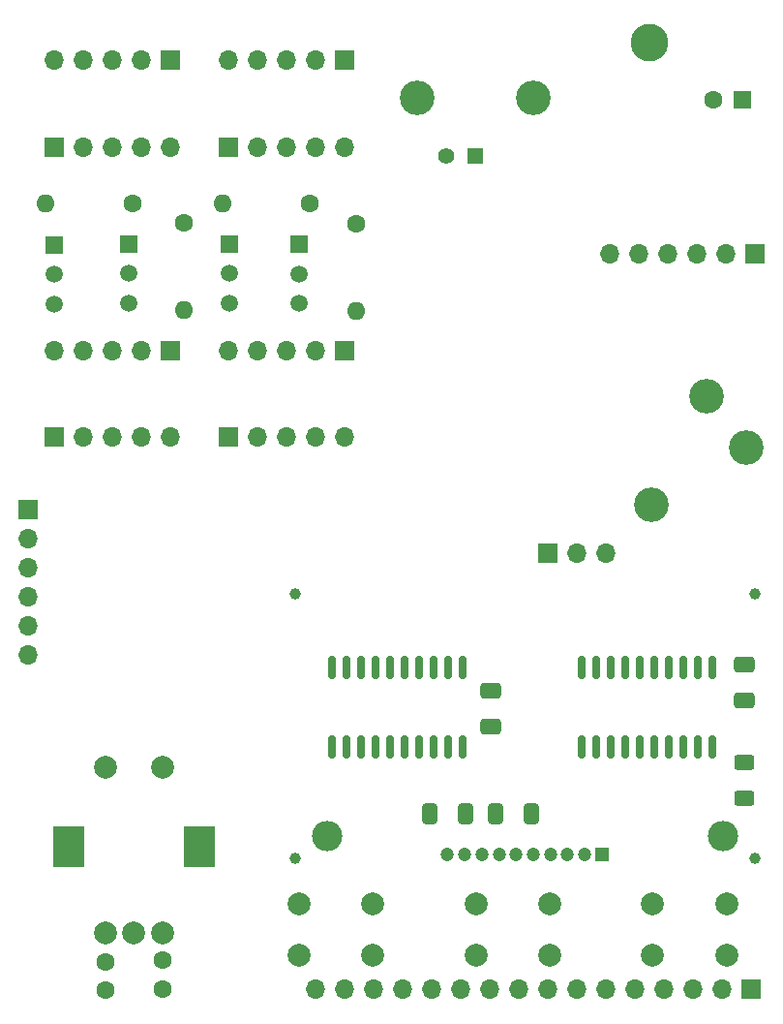
<source format=gbr>
%TF.GenerationSoftware,KiCad,Pcbnew,7.0.10*%
%TF.CreationDate,2024-01-22T19:43:49-08:00*%
%TF.ProjectId,Relay_LCD k7,52656c61-795f-44c4-9344-206b372e6b69,rev?*%
%TF.SameCoordinates,Original*%
%TF.FileFunction,Soldermask,Bot*%
%TF.FilePolarity,Negative*%
%FSLAX46Y46*%
G04 Gerber Fmt 4.6, Leading zero omitted, Abs format (unit mm)*
G04 Created by KiCad (PCBNEW 7.0.10) date 2024-01-22 19:43:49*
%MOMM*%
%LPD*%
G01*
G04 APERTURE LIST*
G04 Aperture macros list*
%AMRoundRect*
0 Rectangle with rounded corners*
0 $1 Rounding radius*
0 $2 $3 $4 $5 $6 $7 $8 $9 X,Y pos of 4 corners*
0 Add a 4 corners polygon primitive as box body*
4,1,4,$2,$3,$4,$5,$6,$7,$8,$9,$2,$3,0*
0 Add four circle primitives for the rounded corners*
1,1,$1+$1,$2,$3*
1,1,$1+$1,$4,$5*
1,1,$1+$1,$6,$7*
1,1,$1+$1,$8,$9*
0 Add four rect primitives between the rounded corners*
20,1,$1+$1,$2,$3,$4,$5,0*
20,1,$1+$1,$4,$5,$6,$7,0*
20,1,$1+$1,$6,$7,$8,$9,0*
20,1,$1+$1,$8,$9,$2,$3,0*%
G04 Aperture macros list end*
%ADD10O,1.700000X1.700000*%
%ADD11R,1.700000X1.700000*%
%ADD12C,2.000000*%
%ADD13R,2.800000X3.600000*%
%ADD14C,3.016000*%
%ADD15C,1.600000*%
%ADD16O,1.600000X1.600000*%
%ADD17C,3.300000*%
%ADD18R,1.600000X1.600000*%
%ADD19R,1.500000X1.500000*%
%ADD20C,1.500000*%
%ADD21C,2.655000*%
%ADD22C,1.200000*%
%ADD23R,1.200000X1.200000*%
%ADD24C,1.000000*%
%ADD25R,1.398000X1.398000*%
%ADD26C,1.398000*%
%ADD27C,3.015000*%
%ADD28RoundRect,0.250000X0.625000X-0.400000X0.625000X0.400000X-0.625000X0.400000X-0.625000X-0.400000X0*%
%ADD29RoundRect,0.250000X0.412500X0.650000X-0.412500X0.650000X-0.412500X-0.650000X0.412500X-0.650000X0*%
%ADD30RoundRect,0.250000X-0.650000X0.412500X-0.650000X-0.412500X0.650000X-0.412500X0.650000X0.412500X0*%
%ADD31RoundRect,0.150000X0.150000X-0.837500X0.150000X0.837500X-0.150000X0.837500X-0.150000X-0.837500X0*%
G04 APERTURE END LIST*
D10*
%TO.C,J2*%
X103820000Y-71025000D03*
X106360000Y-71025000D03*
X108900000Y-71025000D03*
X111440000Y-71025000D03*
X113980000Y-71025000D03*
D11*
X116520000Y-71025000D03*
%TD*%
D12*
%TO.C,S1*%
X59725000Y-115900000D03*
X64725000Y-115900000D03*
D13*
X56525000Y-122900000D03*
X67925000Y-122900000D03*
D12*
X59725000Y-130400000D03*
X64725000Y-130400000D03*
X62225000Y-130400000D03*
%TD*%
D14*
%TO.C,CON1*%
X115825000Y-88007100D03*
X112325000Y-83507100D03*
X107525000Y-93007100D03*
%TD*%
D11*
%TO.C,J7*%
X55260000Y-87090000D03*
D10*
X57800000Y-87090000D03*
X60340000Y-87090000D03*
X62880000Y-87090000D03*
X65420000Y-87090000D03*
%TD*%
D11*
%TO.C,J13*%
X80645000Y-54080000D03*
D10*
X78105000Y-54080000D03*
X75565000Y-54080000D03*
X73025000Y-54080000D03*
X70485000Y-54080000D03*
%TD*%
D11*
%TO.C,J1*%
X116200000Y-135350000D03*
D10*
X113660000Y-135350000D03*
X111120000Y-135350000D03*
X108580000Y-135350000D03*
X106040000Y-135350000D03*
X103500000Y-135350000D03*
X100960000Y-135350000D03*
X98420000Y-135350000D03*
X95880000Y-135350000D03*
X93340000Y-135350000D03*
X90800000Y-135350000D03*
X88260000Y-135350000D03*
X85720000Y-135350000D03*
X83180000Y-135350000D03*
X80640000Y-135350000D03*
X78100000Y-135350000D03*
%TD*%
D15*
%TO.C,R10*%
X62150000Y-66675000D03*
D16*
X54530000Y-66675000D03*
%TD*%
D11*
%TO.C,J12*%
X65410000Y-79480000D03*
D10*
X62870000Y-79480000D03*
X60330000Y-79480000D03*
X57790000Y-79480000D03*
X55250000Y-79480000D03*
%TD*%
D11*
%TO.C,J8*%
X70495000Y-61700000D03*
D10*
X73035000Y-61700000D03*
X75575000Y-61700000D03*
X78115000Y-61700000D03*
X80655000Y-61700000D03*
%TD*%
D15*
%TO.C,R13*%
X81650000Y-68400000D03*
D16*
X81650000Y-76020000D03*
%TD*%
D11*
%TO.C,J9*%
X70500000Y-87090000D03*
D10*
X73040000Y-87090000D03*
X75580000Y-87090000D03*
X78120000Y-87090000D03*
X80660000Y-87090000D03*
%TD*%
D17*
%TO.C,REF\u002A\u002A*%
X107310000Y-52600000D03*
%TD*%
D15*
%TO.C,C2*%
X59750000Y-132925000D03*
X59750000Y-135425000D03*
%TD*%
%TO.C,R11*%
X66625000Y-68375000D03*
D16*
X66625000Y-75995000D03*
%TD*%
D15*
%TO.C,C11*%
X112925000Y-57575000D03*
D18*
X115425000Y-57575000D03*
%TD*%
D19*
%TO.C,Q5*%
X70550000Y-70175000D03*
D20*
X70550000Y-72775000D03*
X70550000Y-75375000D03*
%TD*%
D12*
%TO.C,SW2*%
X83150000Y-132325000D03*
X76650000Y-132325000D03*
X83150000Y-127825000D03*
X76650000Y-127825000D03*
%TD*%
D15*
%TO.C,R12*%
X77650000Y-66675000D03*
D16*
X70030000Y-66675000D03*
%TD*%
D21*
%TO.C,DS1*%
X113725000Y-121900000D03*
X79125000Y-121900000D03*
D22*
X89675000Y-123550000D03*
X91175000Y-123550000D03*
X92675000Y-123550000D03*
X94175000Y-123550000D03*
X95675000Y-123550000D03*
X97175000Y-123550000D03*
X98675000Y-123550000D03*
X100175000Y-123550000D03*
X101675000Y-123550000D03*
D23*
X103175000Y-123550000D03*
D24*
X116525000Y-123850000D03*
X116525000Y-100750000D03*
X76325000Y-123850000D03*
X76325000Y-100750000D03*
%TD*%
D25*
%TO.C,J10*%
X92050000Y-62466500D03*
D26*
X89510000Y-62466500D03*
D27*
X86970000Y-57386500D03*
X97130000Y-57386500D03*
%TD*%
D11*
%TO.C,J14*%
X80650000Y-79480000D03*
D10*
X78110000Y-79480000D03*
X75570000Y-79480000D03*
X73030000Y-79480000D03*
X70490000Y-79480000D03*
%TD*%
D19*
%TO.C,Q3*%
X55275000Y-70250000D03*
D20*
X55275000Y-72850000D03*
X55275000Y-75450000D03*
%TD*%
D15*
%TO.C,C4*%
X64750000Y-132800000D03*
X64750000Y-135300000D03*
%TD*%
D12*
%TO.C,SW1*%
X114075000Y-132325000D03*
X107575000Y-132325000D03*
X114075000Y-127825000D03*
X107575000Y-127825000D03*
%TD*%
D11*
%TO.C,J3*%
X98425000Y-97250000D03*
D10*
X100965000Y-97250000D03*
X103505000Y-97250000D03*
%TD*%
D12*
%TO.C,SW3*%
X98650000Y-132325000D03*
X92150000Y-132325000D03*
X98650000Y-127825000D03*
X92150000Y-127825000D03*
%TD*%
D11*
%TO.C,J11*%
X65405000Y-54080000D03*
D10*
X62865000Y-54080000D03*
X60325000Y-54080000D03*
X57785000Y-54080000D03*
X55245000Y-54080000D03*
%TD*%
D11*
%TO.C,J4*%
X53000000Y-93375000D03*
D10*
X53000000Y-95915000D03*
X53000000Y-98455000D03*
X53000000Y-100995000D03*
X53000000Y-103535000D03*
X53000000Y-106075000D03*
%TD*%
D19*
%TO.C,Q6*%
X76675000Y-70200000D03*
D20*
X76675000Y-72800000D03*
X76675000Y-75400000D03*
%TD*%
D19*
%TO.C,Q4*%
X61800000Y-70175000D03*
D20*
X61800000Y-72775000D03*
X61800000Y-75375000D03*
%TD*%
D11*
%TO.C,J6*%
X55255000Y-61700000D03*
D10*
X57795000Y-61700000D03*
X60335000Y-61700000D03*
X62875000Y-61700000D03*
X65415000Y-61700000D03*
%TD*%
D28*
%TO.C,R9*%
X115600000Y-118625000D03*
X115600000Y-115525000D03*
%TD*%
D29*
%TO.C,C6*%
X91212500Y-120025000D03*
X88087500Y-120025000D03*
%TD*%
%TO.C,C7*%
X96962500Y-120000000D03*
X93837500Y-120000000D03*
%TD*%
D30*
%TO.C,C1*%
X93450000Y-112350000D03*
X93450000Y-109225000D03*
%TD*%
%TO.C,C3*%
X115600000Y-110075000D03*
X115600000Y-106950000D03*
%TD*%
D31*
%TO.C,U1*%
X91000000Y-107206774D03*
X89730000Y-107206774D03*
X88460000Y-107206774D03*
X87190000Y-107206774D03*
X85920000Y-107206774D03*
X84650000Y-107206774D03*
X83380000Y-107206774D03*
X82110000Y-107206774D03*
X80840000Y-107206774D03*
X79570000Y-107206774D03*
X79570000Y-114131774D03*
X80840000Y-114131774D03*
X82110000Y-114131774D03*
X83380000Y-114131774D03*
X84650000Y-114131774D03*
X85920000Y-114131774D03*
X87190000Y-114131774D03*
X88460000Y-114131774D03*
X89730000Y-114131774D03*
X91000000Y-114131774D03*
%TD*%
%TO.C,U2*%
X112846399Y-107181774D03*
X111576399Y-107181774D03*
X110306399Y-107181774D03*
X109036399Y-107181774D03*
X107766399Y-107181774D03*
X106496399Y-107181774D03*
X105226399Y-107181774D03*
X103956399Y-107181774D03*
X102686399Y-107181774D03*
X101416399Y-107181774D03*
X101416399Y-114106774D03*
X102686399Y-114106774D03*
X103956399Y-114106774D03*
X105226399Y-114106774D03*
X106496399Y-114106774D03*
X107766399Y-114106774D03*
X109036399Y-114106774D03*
X110306399Y-114106774D03*
X111576399Y-114106774D03*
X112846399Y-114106774D03*
%TD*%
M02*

</source>
